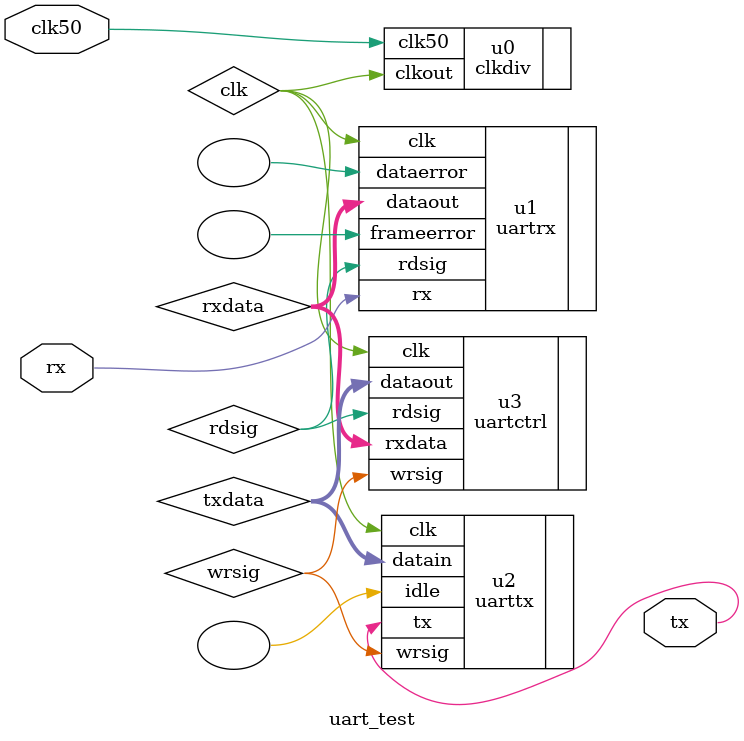
<source format=v>
`timescale 1ns / 1ps
module uart_test(clk50, rx, tx);
input clk50;
input rx;
output tx;

wire clk;       //clock for 9600 uart port
wire [7:0] txdata,rxdata;     //串口发送数据和串口接收数据



//产生时钟的频率为16*9600
clkdiv u0 (
		.clk50                   (clk50),               //50Mhz的晶振输入                     
		.clkout                  (clk)                  //16倍波特率的时钟                        
 );

//串口接收程序
uartrx u1 (
		.clk                     (clk),                 //16倍波特率的时钟 
      .rx	                   (rx),  	               //串口接收
		.dataout                 (rxdata),              //uart 接收到的数据,一个字节                     
      .rdsig                   (rdsig),               //uart 接收到数据有效 
		.dataerror               (),
		.frameerror              ()
);

//串口发送程序
uarttx u2 (
		.clk                     (clk),                  //16倍波特率的时钟  
	   .tx                      (tx),			          //串口发送
		.datain                  (txdata),               //uart 发送的数据   
      .wrsig                   (wrsig),                //uart 发送的数据有效  
      .idle                    () 	
	
 );

//串口数据发送控制程序
uartctrl u3 (
		.clk                     (clk),                           
		.rdsig                   (rdsig),                //uart 接收到数据有效   
      .rxdata                  (rxdata), 		          //uart 接收到的数据 
      .wrsig                   (wrsig),                //uart 发送的数据有效  
      .dataout                 (txdata)	             //uart 发送的数据，一个字节 
	
 );
 

endmodule


</source>
